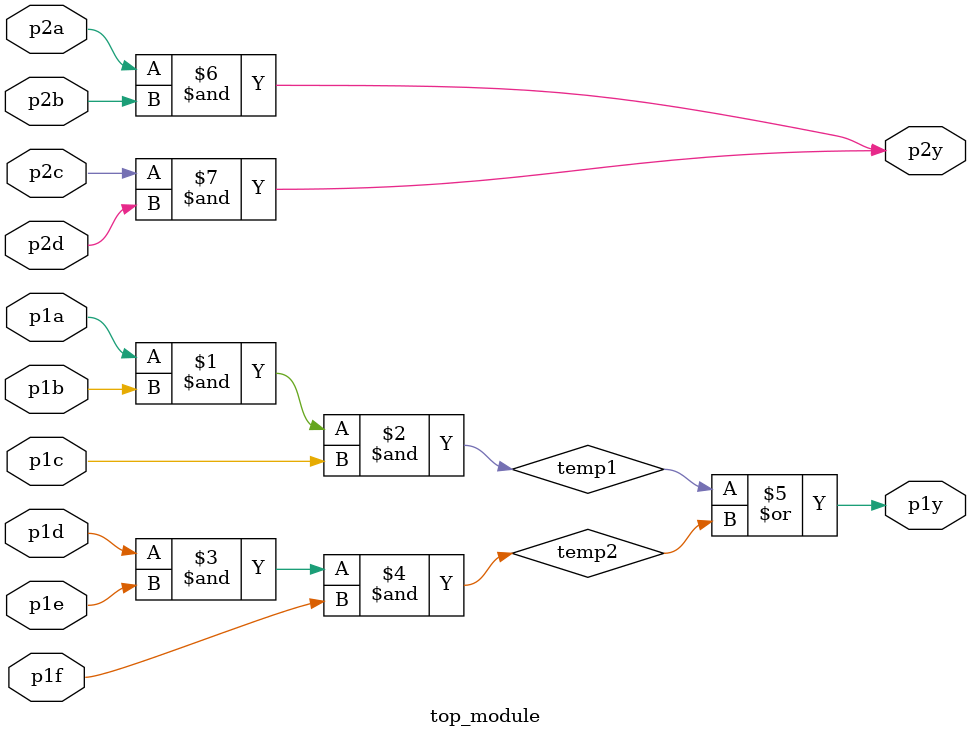
<source format=sv>
module top_module(
	input p1a, 
	input p1b, 
	input p1c, 
	input p1d,
	input p1e,
	input p1f,
	output p1y, 
	input p2a, 
	input p2b, 
	input p2c, 
	input p2d, 
	output p2y
);
	
	wire temp1, temp2;
	
	and gate1(temp1, p1a, p1b, p1c);
	and gate2(temp2, p1d, p1e, p1f);
	or gate3(p1y, temp1, temp2);
	
	and gate4(p2y, p2a, p2b);
	and gate5(p2y, p2c, p2d);
	
endmodule

</source>
